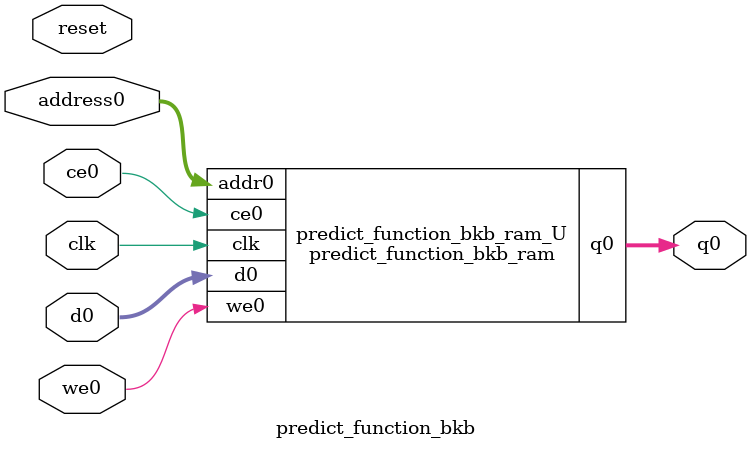
<source format=v>
`timescale 1 ns / 1 ps
module predict_function_bkb_ram (addr0, ce0, d0, we0, q0,  clk);

parameter DWIDTH = 32;
parameter AWIDTH = 17;
parameter MEM_SIZE = 78400;

input[AWIDTH-1:0] addr0;
input ce0;
input[DWIDTH-1:0] d0;
input we0;
output reg[DWIDTH-1:0] q0;
input clk;

(* ram_style = "block" *)reg [DWIDTH-1:0] ram[0:MEM_SIZE-1];




always @(posedge clk)  
begin 
    if (ce0) 
    begin
        if (we0) 
        begin 
            ram[addr0] <= d0; 
        end 
        q0 <= ram[addr0];
    end
end


endmodule

`timescale 1 ns / 1 ps
module predict_function_bkb(
    reset,
    clk,
    address0,
    ce0,
    we0,
    d0,
    q0);

parameter DataWidth = 32'd32;
parameter AddressRange = 32'd78400;
parameter AddressWidth = 32'd17;
input reset;
input clk;
input[AddressWidth - 1:0] address0;
input ce0;
input we0;
input[DataWidth - 1:0] d0;
output[DataWidth - 1:0] q0;



predict_function_bkb_ram predict_function_bkb_ram_U(
    .clk( clk ),
    .addr0( address0 ),
    .ce0( ce0 ),
    .we0( we0 ),
    .d0( d0 ),
    .q0( q0 ));

endmodule


</source>
